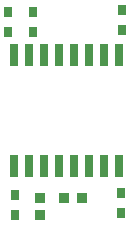
<source format=gbr>
%TF.GenerationSoftware,Altium Limited,Altium Designer,24.4.1 (13)*%
G04 Layer_Color=8421504*
%FSLAX45Y45*%
%MOMM*%
%TF.SameCoordinates,881402D5-0203-4901-B5EA-5A78FED384BD*%
%TF.FilePolarity,Positive*%
%TF.FileFunction,Paste,Top*%
%TF.Part,Single*%
G01*
G75*
%TA.AperFunction,SMDPad,CuDef*%
%ADD10R,0.80000X0.90000*%
%ADD11R,0.70000X1.93000*%
%ADD12R,0.85872X0.91213*%
%ADD13R,0.91213X0.95872*%
D10*
X14939017Y5597117D02*
D03*
Y5767117D02*
D03*
X14723117Y5597117D02*
D03*
Y5767117D02*
D03*
X15687517Y5613517D02*
D03*
Y5783517D02*
D03*
X14783116Y4047117D02*
D03*
Y4217117D02*
D03*
X15683116Y4067117D02*
D03*
Y4237117D02*
D03*
D11*
X14778616Y4461117D02*
D03*
X14905617D02*
D03*
X15032617D02*
D03*
X15159618D02*
D03*
X15286617D02*
D03*
X15413617D02*
D03*
X15540617D02*
D03*
X15667616D02*
D03*
Y5403117D02*
D03*
X15540617D02*
D03*
X15413617D02*
D03*
X15286617D02*
D03*
X15159618D02*
D03*
X15032617D02*
D03*
X14905617D02*
D03*
X14778616D02*
D03*
D12*
X15195445Y4192117D02*
D03*
X15350787D02*
D03*
D13*
X14993117Y4194788D02*
D03*
Y4049446D02*
D03*
%TF.MD5,a95d44911907fbb0f682b68846ebe695*%
M02*

</source>
